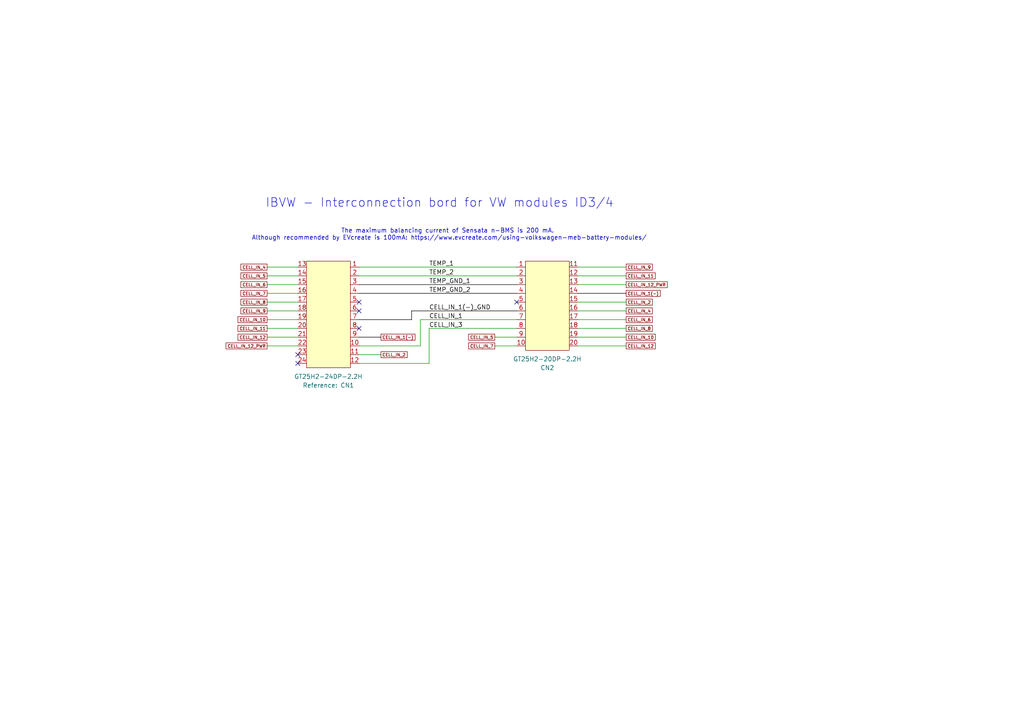
<source format=kicad_sch>
(kicad_sch (version 20250114) (generator "eeschema") (generator_version "9.0")
  (paper "A4")
  (lib_symbols
    (symbol "Connector:GT25H2-20DP-2.2H"
      (property "Reference" "C?" (at 0.254 8.382 0))
      (property "Value" "GT25H2-20DP-2.2H" (at -0.254 6.604 0))
      (symbol "GT25H2-20DP-2.2H_1_1"
        (rectangle (start -6.35 5.5388) (end 6.35 -20.32) (fill (type background)))
        (pin passive line (at -8.89 3.81 0) (length 2.54) (name "~") (number "1"))
        (pin passive line (at -8.89 1.27 0) (length 2.54) (name "~") (number "2"))
        (pin passive line (at -8.89 -1.27 0) (length 2.54) (name "~") (number "3"))
        (pin passive line (at -8.89 -3.81 0) (length 2.54) (name "~") (number "4"))
        (pin passive line (at -8.89 -6.35 0) (length 2.54) (name "~") (number "5"))
        (pin passive line (at -8.89 -8.89 0) (length 2.54) (name "~") (number "6"))
        (pin passive line (at -8.89 -11.43 0) (length 2.54) (name "~") (number "7"))
        (pin passive line (at -8.89 -13.97 0) (length 2.54) (name "~") (number "8"))
        (pin passive line (at -8.89 -16.51 0) (length 2.54) (name "~") (number "9"))
        (pin passive line (at -8.89 -19.05 0) (length 2.54) (name "~") (number "10"))
        (pin passive line (at 8.89 3.81 180) (length 2.54) (name "~") (number "11"))
        (pin passive line (at 8.89 1.27 180) (length 2.54) (name "~") (number "12"))
        (pin passive line (at 8.89 -1.27 180) (length 2.54) (name "~") (number "13"))
        (pin passive line (at 8.89 -3.81 180) (length 2.54) (name "~") (number "14"))
        (pin passive line (at 8.89 -6.35 180) (length 2.54) (name "~") (number "15"))
        (pin passive line (at 8.89 -8.89 180) (length 2.54) (name "~") (number "16"))
        (pin passive line (at 8.89 -11.43 180) (length 2.54) (name "~") (number "17"))
        (pin passive line (at 8.89 -13.97 180) (length 2.54) (name "~") (number "18"))
        (pin passive line (at 8.89 -16.51 180) (length 2.54) (name "~") (number "19"))
        (pin passive line (at 8.89 -19.05 180) (length 2.54) (name "~") (number "20"))
      )
    )
    (symbol "Connector:GT25H2-24DP-2.2H"
      (property "Reference" "C?" (at 0 9.906 0))
      (property "Value" "GT25H2-24DP-2.2H" (at -0.508 7.874 0))
      (symbol "GT25H2-24DP-2.2H_1_1"
        (rectangle (start -6.35 6.8088) (end 6.35 -24.13) (fill (type background)))
        (pin passive line (at -8.89 5.08 0) (length 2.54) (name "~") (number "1"))
        (pin passive line (at -8.89 2.54 0) (length 2.54) (name "~") (number "2"))
        (pin passive line (at -8.89 0 0) (length 2.54) (name "~") (number "3"))
        (pin passive line (at -8.89 -2.54 0) (length 2.54) (name "~") (number "4"))
        (pin passive line (at -8.89 -5.08 0) (length 2.54) (name "~") (number "5"))
        (pin passive line (at -8.89 -7.62 0) (length 2.54) (name "~") (number "6"))
        (pin passive line (at -8.89 -10.16 0) (length 2.54) (name "~") (number "7"))
        (pin passive line (at -8.89 -12.7 0) (length 2.54) (name "~") (number "8"))
        (pin passive line (at -8.89 -15.24 0) (length 2.54) (name "~") (number "9"))
        (pin passive line (at -8.89 -17.78 0) (length 2.54) (name "~") (number "10"))
        (pin passive line (at -8.89 -20.32 0) (length 2.54) (name "~") (number "11"))
        (pin passive line (at -8.89 -22.86 0) (length 2.54) (name "~") (number "12"))
        (pin passive line (at 8.89 5.08 180) (length 2.54) (name "~") (number "13"))
        (pin passive line (at 8.89 2.54 180) (length 2.54) (name "~") (number "14"))
        (pin passive line (at 8.89 0 180) (length 2.54) (name "~") (number "15"))
        (pin passive line (at 8.89 -2.54 180) (length 2.54) (name "~") (number "16"))
        (pin passive line (at 8.89 -5.08 180) (length 2.54) (name "~") (number "17"))
        (pin passive line (at 8.89 -7.62 180) (length 2.54) (name "~") (number "18"))
        (pin passive line (at 8.89 -10.16 180) (length 2.54) (name "~") (number "19"))
        (pin passive line (at 8.89 -12.7 180) (length 2.54) (name "~") (number "20"))
        (pin passive line (at 8.89 -15.24 180) (length 2.54) (name "~") (number "21"))
        (pin passive line (at 8.89 -17.78 180) (length 2.54) (name "~") (number "22"))
        (pin passive line (at 8.89 -20.32 180) (length 2.54) (name "~") (number "23"))
        (pin passive line (at 8.89 -22.86 180) (length 2.54) (name "~") (number "24"))
      )
    )
  )
  (text "The maximum balancing current of Sensata n-BMS is 200 mA. \nAlthough recommended by EVcreate is 100mA: https://www.evcreate.com/using-volkswagen-meb-battery-modules/" (at 130.302 68.072 0) (effects (font (size 1.27 1.27))))
  (text "IBVW - Interconnection bord for VW modules ID3/4" (at 127.508 58.928 0) (effects (font (size 2.54 2.54))))
  (no_connect (at 104.14 87.63))
  (no_connect (at 104.14 95.25))
  (no_connect (at 149.86 87.63))
  (no_connect (at 104.14 90.17))
  (no_connect (at 86.36 105.41))
  (no_connect (at 86.36 102.87))
  (wire (pts (xy 121.92 100.33) (xy 121.92 92.71)))
  (wire (pts (xy 104.14 85.09) (xy 149.86 85.09)) (stroke (width 0) (color 0 0 0 1)))
  (wire (pts (xy 143.51 97.79) (xy 149.86 97.79)))
  (wire (pts (xy 104.14 97.79) (xy 110.49 97.79)) (stroke (width 0) (color 8 0 0 1)))
  (wire (pts (xy 167.64 97.79) (xy 181.61 97.79)))
  (wire (pts (xy 167.64 87.63) (xy 181.61 87.63)))
  (wire (pts (xy 77.47 90.17) (xy 86.36 90.17)))
  (wire (pts (xy 124.46 105.41) (xy 124.46 95.25)))
  (wire (pts (xy 104.14 92.71) (xy 119.38 92.71)) (stroke (width 0) (color 8 0 0 1)))
  (wire (pts (xy 121.92 92.71) (xy 149.86 92.71)))
  (wire (pts (xy 143.51 100.33) (xy 149.86 100.33)))
  (wire (pts (xy 167.64 90.17) (xy 181.61 90.17)))
  (wire (pts (xy 77.47 87.63) (xy 86.36 87.63)))
  (wire (pts (xy 77.47 97.79) (xy 86.36 97.79)))
  (wire (pts (xy 124.46 95.25) (xy 149.86 95.25)))
  (wire (pts (xy 104.14 80.01) (xy 149.86 80.01)))
  (wire (pts (xy 77.47 85.09) (xy 86.36 85.09)))
  (wire (pts (xy 104.14 77.47) (xy 149.86 77.47)))
  (wire (pts (xy 119.38 92.71) (xy 119.38 90.17)) (stroke (width 0) (color 8 0 0 1)))
  (wire (pts (xy 167.64 85.09) (xy 181.61 85.09)) (stroke (width 0) (color 8 0 0 1)))
  (wire (pts (xy 167.64 95.25) (xy 181.61 95.25)))
  (wire (pts (xy 167.64 77.47) (xy 181.61 77.47)))
  (wire (pts (xy 104.14 102.87) (xy 110.49 102.87)))
  (wire (pts (xy 167.64 100.33) (xy 181.61 100.33)))
  (wire (pts (xy 77.47 77.47) (xy 86.36 77.47)))
  (wire (pts (xy 119.38 90.17) (xy 149.86 90.17)) (stroke (width 0) (color 8 0 0 1)))
  (wire (pts (xy 77.47 92.71) (xy 86.36 92.71)))
  (wire (pts (xy 104.14 105.41) (xy 124.46 105.41)))
  (wire (pts (xy 167.64 82.55) (xy 181.61 82.55)))
  (wire (pts (xy 167.64 80.01) (xy 181.61 80.01)))
  (wire (pts (xy 104.14 82.55) (xy 149.86 82.55)) (stroke (width 0) (color 0 0 0 1)))
  (wire (pts (xy 167.64 92.71) (xy 181.61 92.71)))
  (wire (pts (xy 77.47 80.01) (xy 86.36 80.01)))
  (wire (pts (xy 77.47 95.25) (xy 86.36 95.25)))
  (wire (pts (xy 77.47 100.33) (xy 86.36 100.33)))
  (wire (pts (xy 104.14 100.33) (xy 121.92 100.33)))
  (wire (pts (xy 77.47 82.55) (xy 86.36 82.55)))
  (label "CELL_IN_3" (at 124.46 95.25 0))
  (label "TEMP_GND_2" (at 124.46 85.09 0))
  (label "TEMP_2" (at 124.46 80.01 0))
  (label "TEMP_1" (at 124.46 77.47 0))
  (label "CELL_IN_1(-)_GND" (at 124.46 90.17 0))
  (label "CELL_IN_1" (at 124.46 92.71 0))
  (label "TEMP_GND_1" (at 124.46 82.55 0))
  (global_label "CELL_IN_11" (shape passive) (at 77.47 95.25 180) (effects (font (size 0.889 0.889))) (property "Intersheetrefs" "${INTERSHEET_REFS}" (effects (hide yes))))
  (global_label "CELL_IN_7" (shape passive) (at 143.51 100.33 180) (effects (font (size 0.889 0.889))) (property "Intersheetrefs" "${INTERSHEET_REFS}" (effects (hide yes))))
  (global_label "CELL_IN_12" (shape passive) (at 181.61 100.33 0) (effects (font (size 0.889 0.889))) (property "Intersheetrefs" "${INTERSHEET_REFS}" (effects (hide yes))))
  (global_label "CELL_IN_1(-)" (shape passive) (at 181.61 85.09 0) (effects (font (size 0.889 0.889))) (property "Intersheetrefs" "${INTERSHEET_REFS}" (effects (hide yes))))
  (global_label "CELL_IN_5" (shape passive) (at 77.47 80.01 180) (effects (font (size 0.889 0.889))) (property "Intersheetrefs" "${INTERSHEET_REFS}" (effects (hide yes))))
  (global_label "CELL_IN_4" (shape passive) (at 181.61 90.17 0) (effects (font (size 0.889 0.889))) (property "Intersheetrefs" "${INTERSHEET_REFS}" (effects (hide yes))))
  (global_label "CELL_IN_6" (shape passive) (at 181.61 92.71 0) (effects (font (size 0.889 0.889))) (property "Intersheetrefs" "${INTERSHEET_REFS}" (effects (hide yes))))
  (global_label "CELL_IN_9" (shape passive) (at 77.47 90.17 180) (effects (font (size 0.889 0.889))) (property "Intersheetrefs" "${INTERSHEET_REFS}" (effects (hide yes))))
  (global_label "CELL_IN_12_PWR" (shape passive) (at 181.61 82.55 0) (effects (font (size 0.889 0.889))) (property "Intersheetrefs" "${INTERSHEET_REFS}" (effects (hide yes))))
  (global_label "CELL_IN_6" (shape passive) (at 77.47 82.55 180) (effects (font (size 0.889 0.889))) (property "Intersheetrefs" "${INTERSHEET_REFS}" (effects (hide yes))))
  (global_label "CELL_IN_12_PWR" (shape passive) (at 77.47 100.33 180) (effects (font (size 0.889 0.889))) (property "Intersheetrefs" "${INTERSHEET_REFS}" (effects (hide yes))))
  (global_label "CELL_IN_11" (shape passive) (at 181.61 80.01 0) (effects (font (size 0.889 0.889))) (property "Intersheetrefs" "${INTERSHEET_REFS}" (effects (hide yes))))
  (global_label "CELL_IN_7" (shape passive) (at 77.47 85.09 180) (effects (font (size 0.889 0.889))) (property "Intersheetrefs" "${INTERSHEET_REFS}" (effects (hide yes))))
  (global_label "CELL_IN_10" (shape passive) (at 77.47 92.71 180) (effects (font (size 0.889 0.889))) (property "Intersheetrefs" "${INTERSHEET_REFS}" (effects (hide yes))))
  (global_label "CELL_IN_10" (shape passive) (at 181.61 97.79 0) (effects (font (size 0.889 0.889))) (property "Intersheetrefs" "${INTERSHEET_REFS}" (effects (hide yes))))
  (global_label "CELL_IN_4" (shape passive) (at 77.47 77.47 180) (effects (font (size 0.889 0.889))) (property "Intersheetrefs" "${INTERSHEET_REFS}" (effects (hide yes))))
  (global_label "CELL_IN_1(-)" (shape passive) (at 110.49 97.79 0) (effects (font (size 0.889 0.889))) (property "Intersheetrefs" "${INTERSHEET_REFS}" (effects (hide yes))))
  (global_label "CELL_IN_8" (shape passive) (at 181.61 95.25 0) (effects (font (size 0.889 0.889))) (property "Intersheetrefs" "${INTERSHEET_REFS}" (effects (hide yes))))
  (global_label "CELL_IN_2" (shape passive) (at 110.49 102.87 0) (effects (font (size 0.889 0.889))) (property "Intersheetrefs" "${INTERSHEET_REFS}" (effects (hide yes))))
  (global_label "CELL_IN_2" (shape passive) (at 181.61 87.63 0) (effects (font (size 0.889 0.889))) (property "Intersheetrefs" "${INTERSHEET_REFS}" (effects (hide yes))))
  (global_label "CELL_IN_5" (shape passive) (at 143.51 97.79 180) (effects (font (size 0.889 0.889))) (property "Intersheetrefs" "${INTERSHEET_REFS}" (effects (hide yes))))
  (global_label "CELL_IN_9" (shape passive) (at 181.61 77.47 0) (effects (font (size 0.889 0.889))) (property "Intersheetrefs" "${INTERSHEET_REFS}" (effects (hide yes))))
  (global_label "CELL_IN_8" (shape passive) (at 77.47 87.63 180) (effects (font (size 0.889 0.889))) (property "Intersheetrefs" "${INTERSHEET_REFS}" (effects (hide yes))))
  (global_label "CELL_IN_12" (shape passive) (at 77.47 97.79 180) (effects (font (size 0.889 0.889))) (property "Intersheetrefs" "${INTERSHEET_REFS}" (effects (hide yes))))
  (symbol (lib_id "Connector:GT25H2-20DP-2.2H") (at 158.75 81.28 0) (unit 1)
    (property "Reference" "CN2" (at 158.75 106.68 0))
    (property "Value" "GT25H2-20DP-2.2H" (at 158.75 104.14 0))
    (property "Footprint" "Library:GT25H2-20DP-2.2H(99)" (effects (hide yes)))
  )
  (symbol (lib_id "Connector:GT25H2-24DP-2.2H") (at 95.25 82.55 0) (mirror y) (unit 1)
    (property "Reference" "CN1" (at 95.25 111.76 0) (show_name yes))
    (property "Value" "GT25H2-24DP-2.2H" (at 95.25 109.22 0))
    (property "Footprint" "Library:GT25H2-24DP-2.2H(99)" (effects (hide yes)))
  )
)
</source>
